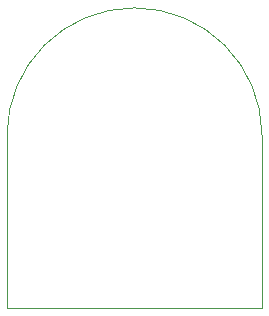
<source format=gbr>
G04 #@! TF.FileFunction,Profile,NP*
%FSLAX46Y46*%
G04 Gerber Fmt 4.6, Leading zero omitted, Abs format (unit mm)*
G04 Created by KiCad (PCBNEW 4.0.2+dfsg1-stable) date ons 15 feb 2017 20:38:44 CET*
%MOMM*%
G01*
G04 APERTURE LIST*
%ADD10C,0.100000*%
G04 APERTURE END LIST*
D10*
X10795000Y25400000D02*
G75*
G03X0Y14605000I0J-10795000D01*
G01*
X21590000Y14605000D02*
G75*
G03X10795000Y25400000I-10795000J0D01*
G01*
X0Y14605000D02*
X0Y0D01*
X21590000Y0D02*
X21590000Y14605000D01*
X0Y0D02*
X21590000Y0D01*
M02*

</source>
